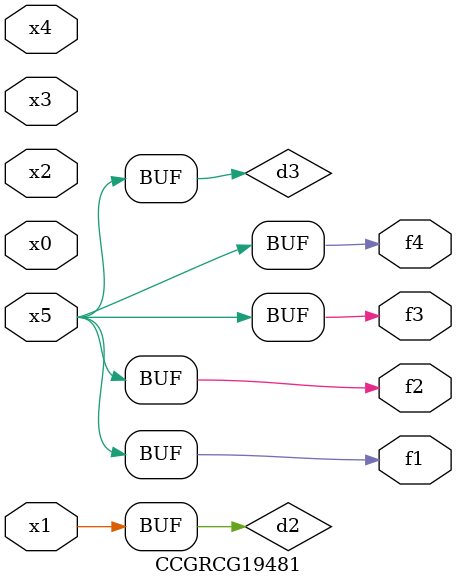
<source format=v>
module CCGRCG19481(
	input x0, x1, x2, x3, x4, x5,
	output f1, f2, f3, f4
);

	wire d1, d2, d3;

	not (d1, x5);
	or (d2, x1);
	xnor (d3, d1);
	assign f1 = d3;
	assign f2 = d3;
	assign f3 = d3;
	assign f4 = d3;
endmodule

</source>
